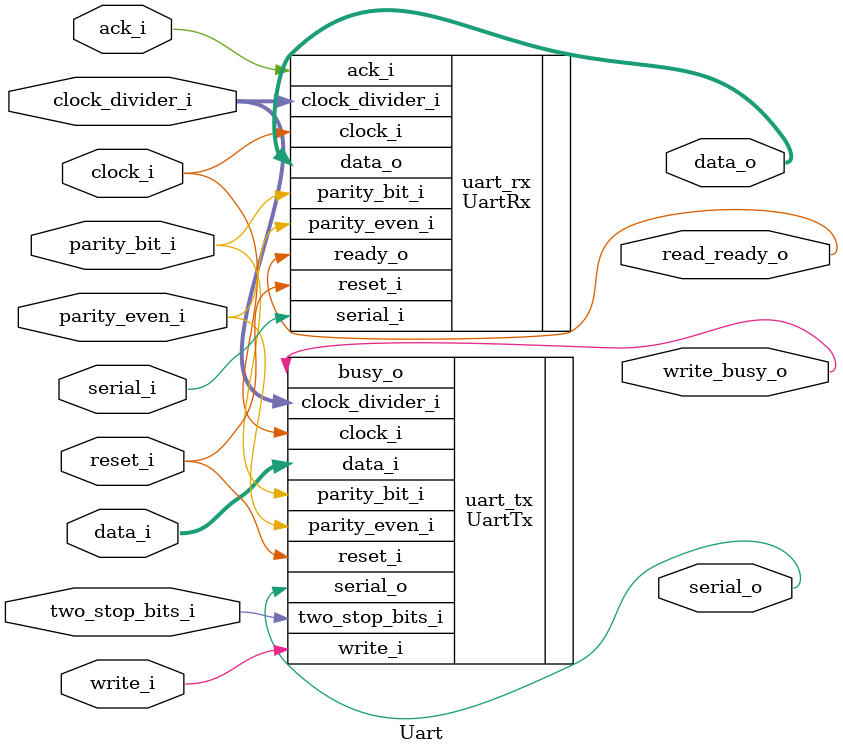
<source format=v>
/* verilator lint_off WIDTHEXPAND */
/* verilator lint_off WIDTHTRUNC */
/* verilator lint_off UNOPTFLAT */
// A UART serial transceiver.

module Uart #(
  // Tune the clock divider bit width to your design to avoid wasting gates.
  // 
  // Example:
  // Assuming a 10MHz clock and a desired baud rate of 115200, the divider
  // value is 87. 87 fits into 7 bits, and therefore `CLOCK_DIVIDER_WIDTH`
  // in this instance can be set to 7.
  parameter CLOCK_DIVIDER_WIDTH = 16
) (
  // Module reset.
  input reset_i,

  // Clock input.
  input clock_i,

  // Divides the `clock_i` signal to achieve the desired baud rate. This value
  // must be a minimum of 2 for the receiver to operate.
  input [CLOCK_DIVIDER_WIDTH - 1:0] clock_divider_i,

  // UART serial input (receive).
  input serial_i,

  // UART serial output (transmit).
  output serial_o,

  // Data bus input (to transmitter).
  input [7:0] data_i,

  // Data bus output (from receiver).
  output [7:0] data_o,

  // Write a byte to transmit. Must go low after each write.
  input write_i,

  // Transmitter is busy and will not accept another write.
  output write_busy_o,

  // Receiver has received a packet and will not overwrite `data_o` until the
  // data is acknowledged with `ack_i`.
  output read_ready_o,

  // Acknowledge byte received.
  input ack_i,

  // Transmit two stop bits if high, one stop bit if low.
  input two_stop_bits_i,

  // Use the parity bit if high, no parity if low.
  input parity_bit_i,

  // Use even parity if high, odd parity if low.
  input parity_even_i
);

UartTx #(
  .CLOCK_DIVIDER_WIDTH(CLOCK_DIVIDER_WIDTH)
)
uart_tx (
  .reset_i(reset_i),
  .clock_i(clock_i),
  .write_i(write_i),
  .two_stop_bits_i(two_stop_bits_i),
  .parity_bit_i(parity_bit_i),
  .parity_even_i(parity_even_i),
  .clock_divider_i(clock_divider_i),
  .data_i(data_i),
  .busy_o(write_busy_o),
  .serial_o(serial_o)
);

UartRx #(
  .CLOCK_DIVIDER_WIDTH(CLOCK_DIVIDER_WIDTH)
)
uart_rx (
  .reset_i(reset_i),
  .clock_i(clock_i),
  .ack_i(ack_i),
  .parity_bit_i(parity_bit_i),
  .parity_even_i(parity_even_i),
  .serial_i(serial_i),
  .clock_divider_i(clock_divider_i),
  .data_o(data_o),
  .ready_o(read_ready_o)
);

endmodule

</source>
